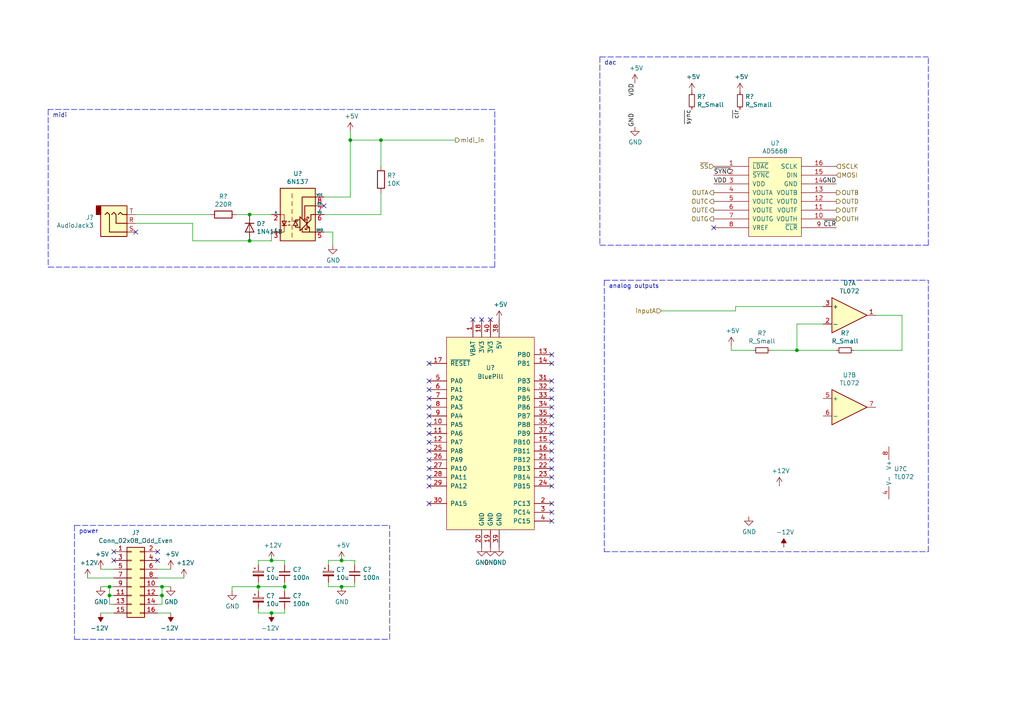
<source format=kicad_sch>
(kicad_sch (version 20211123) (generator eeschema)
  (paper "A4")
  (lib_symbols
    (symbol "Amplifier_Operational:TL072" (pin_names (offset 0.127))
      (property "Reference" "U" (at 0 5.08 0))
      (property "Value" "TL072" (at 0 -5.08 0))
      (symbol "TL072_1_1"
        (polyline (pts (xy -5.08 5.08) (xy 5.08 0) (xy -5.08 -5.08) (xy -5.08 5.08)) (stroke (width 0.254)) (fill (type background)))
        (pin output line (at 7.62 0 180) (length 2.54) (name "~") (number "1"))
        (pin input line (at -7.62 -2.54 0) (length 2.54) (name "-") (number "2"))
        (pin input line (at -7.62 2.54 0) (length 2.54) (name "+") (number "3"))
      )
      (symbol "TL072_2_1"
        (polyline (pts (xy -5.08 5.08) (xy 5.08 0) (xy -5.08 -5.08) (xy -5.08 5.08)) (stroke (width 0.254)) (fill (type background)))
        (pin input line (at -7.62 2.54 0) (length 2.54) (name "+") (number "5"))
        (pin input line (at -7.62 -2.54 0) (length 2.54) (name "-") (number "6"))
        (pin output line (at 7.62 0 180) (length 2.54) (name "~") (number "7"))
      )
      (symbol "TL072_3_1"
        (pin power_in line (at -2.54 -7.62 90) (length 3.81) (name "V-") (number "4"))
        (pin power_in line (at -2.54 7.62 270) (length 3.81) (name "V+") (number "8"))
      )
    )
    (symbol "Connector:AudioJack3"
      (property "Reference" "J" (at 0 8.89 0))
      (property "Value" "AudioJack3" (at 0 6.35 0))
      (symbol "AudioJack3_0_1"
        (rectangle (start -5.08 -5.08) (end -6.35 -2.54) (stroke (width 0.254)) (fill (type outline)))
        (polyline (pts (xy 0 -2.54) (xy 0.635 -3.175) (xy 1.27 -2.54) (xy 2.54 -2.54)) (stroke (width 0.254)))
        (polyline (pts (xy -1.905 -2.54) (xy -1.27 -3.175) (xy -0.635 -2.54) (xy -0.635 0) (xy 2.54 0)) (stroke (width 0.254)))
        (polyline (pts (xy 2.54 2.54) (xy -2.54 2.54) (xy -2.54 -2.54) (xy -3.175 -3.175) (xy -3.81 -2.54)) (stroke (width 0.254)))
        (rectangle (start 2.54 3.81) (end -5.08 -5.08) (stroke (width 0.254)) (fill (type background)))
      )
      (symbol "AudioJack3_1_1"
        (pin passive line (at 5.08 0 180) (length 2.54) (name "~") (number "R"))
        (pin passive line (at 5.08 2.54 180) (length 2.54) (name "~") (number "S"))
        (pin passive line (at 5.08 -2.54 180) (length 2.54) (name "~") (number "T"))
      )
    )
    (symbol "Connector_Generic:Conn_02x08_Odd_Even" (pin_names (offset 1.016) hide)
      (property "Reference" "J" (at 1.27 10.16 0))
      (property "Value" "Conn_02x08_Odd_Even" (at 1.27 -12.7 0))
      (symbol "Conn_02x08_Odd_Even_1_1"
        (rectangle (start -1.27 -10.033) (end 0 -10.287) (stroke (width 0.1524)))
        (rectangle (start -1.27 -7.493) (end 0 -7.747) (stroke (width 0.1524)))
        (rectangle (start -1.27 -4.953) (end 0 -5.207) (stroke (width 0.1524)))
        (rectangle (start -1.27 -2.413) (end 0 -2.667) (stroke (width 0.1524)))
        (rectangle (start -1.27 0.127) (end 0 -0.127) (stroke (width 0.1524)))
        (rectangle (start -1.27 2.667) (end 0 2.413) (stroke (width 0.1524)))
        (rectangle (start -1.27 5.207) (end 0 4.953) (stroke (width 0.1524)))
        (rectangle (start -1.27 7.747) (end 0 7.493) (stroke (width 0.1524)))
        (rectangle (start -1.27 8.89) (end 3.81 -11.43) (stroke (width 0.254)) (fill (type background)))
        (rectangle (start 3.81 -10.033) (end 2.54 -10.287) (stroke (width 0.1524)))
        (rectangle (start 3.81 -7.493) (end 2.54 -7.747) (stroke (width 0.1524)))
        (rectangle (start 3.81 -4.953) (end 2.54 -5.207) (stroke (width 0.1524)))
        (rectangle (start 3.81 -2.413) (end 2.54 -2.667) (stroke (width 0.1524)))
        (rectangle (start 3.81 0.127) (end 2.54 -0.127) (stroke (width 0.1524)))
        (rectangle (start 3.81 2.667) (end 2.54 2.413) (stroke (width 0.1524)))
        (rectangle (start 3.81 5.207) (end 2.54 4.953) (stroke (width 0.1524)))
        (rectangle (start 3.81 7.747) (end 2.54 7.493) (stroke (width 0.1524)))
        (pin passive line (at -5.08 7.62 0) (length 3.81) (name "Pin_1") (number "1"))
        (pin passive line (at 7.62 -2.54 180) (length 3.81) (name "Pin_10") (number "10"))
        (pin passive line (at -5.08 -5.08 0) (length 3.81) (name "Pin_11") (number "11"))
        (pin passive line (at 7.62 -5.08 180) (length 3.81) (name "Pin_12") (number "12"))
        (pin passive line (at -5.08 -7.62 0) (length 3.81) (name "Pin_13") (number "13"))
        (pin passive line (at 7.62 -7.62 180) (length 3.81) (name "Pin_14") (number "14"))
        (pin passive line (at -5.08 -10.16 0) (length 3.81) (name "Pin_15") (number "15"))
        (pin passive line (at 7.62 -10.16 180) (length 3.81) (name "Pin_16") (number "16"))
        (pin passive line (at 7.62 7.62 180) (length 3.81) (name "Pin_2") (number "2"))
        (pin passive line (at -5.08 5.08 0) (length 3.81) (name "Pin_3") (number "3"))
        (pin passive line (at 7.62 5.08 180) (length 3.81) (name "Pin_4") (number "4"))
        (pin passive line (at -5.08 2.54 0) (length 3.81) (name "Pin_5") (number "5"))
        (pin passive line (at 7.62 2.54 180) (length 3.81) (name "Pin_6") (number "6"))
        (pin passive line (at -5.08 0 0) (length 3.81) (name "Pin_7") (number "7"))
        (pin passive line (at 7.62 0 180) (length 3.81) (name "Pin_8") (number "8"))
        (pin passive line (at -5.08 -2.54 0) (length 3.81) (name "Pin_9") (number "9"))
      )
    )
    (symbol "Device:CP_Small" (pin_numbers hide) (pin_names (offset 0.254) hide)
      (property "Reference" "C" (at 0.254 1.778 0))
      (property "Value" "Device_CP_Small" (at 0.254 -2.032 0))
      (symbol "CP_Small_0_1"
        (rectangle (start -1.524 -0.3048) (end 1.524 -0.6858) (fill (type outline)))
        (rectangle (start -1.524 0.6858) (end 1.524 0.3048))
        (polyline (pts (xy -1.27 1.524) (xy -0.762 1.524)))
        (polyline (pts (xy -1.016 1.27) (xy -1.016 1.778)))
      )
      (symbol "CP_Small_1_1"
        (pin passive line (at 0 2.54 270) (length 1.8542) (name "~") (number "1"))
        (pin passive line (at 0 -2.54 90) (length 1.8542) (name "~") (number "2"))
      )
    )
    (symbol "Device:C_Small" (pin_numbers hide) (pin_names (offset 0.254) hide)
      (property "Reference" "C" (at 0.254 1.778 0))
      (property "Value" "C_Small" (at 0.254 -2.032 0))
      (symbol "C_Small_0_1"
        (polyline (pts (xy -1.524 -0.508) (xy 1.524 -0.508)) (stroke (width 0.3302)))
        (polyline (pts (xy -1.524 0.508) (xy 1.524 0.508)) (stroke (width 0.3048)))
      )
      (symbol "C_Small_1_1"
        (pin passive line (at 0 2.54 270) (length 2.032) (name "~") (number "1"))
        (pin passive line (at 0 -2.54 90) (length 2.032) (name "~") (number "2"))
      )
    )
    (symbol "Device:R" (pin_numbers hide) (pin_names (offset 0))
      (property "Reference" "R" (at 2.032 0 90))
      (property "Value" "R" (at 0 0 90))
      (symbol "R_0_1"
        (rectangle (start -1.016 -2.54) (end 1.016 2.54) (stroke (width 0.254)))
      )
      (symbol "R_1_1"
        (pin passive line (at 0 3.81 270) (length 1.27) (name "~") (number "1"))
        (pin passive line (at 0 -3.81 90) (length 1.27) (name "~") (number "2"))
      )
    )
    (symbol "Device:R_Small" (pin_numbers hide) (pin_names (offset 0.254) hide)
      (property "Reference" "R" (at 0.762 0.508 0))
      (property "Value" "R_Small" (at 0.762 -1.016 0))
      (symbol "R_Small_0_1"
        (rectangle (start -0.762 1.778) (end 0.762 -1.778) (stroke (width 0.2032)))
      )
      (symbol "R_Small_1_1"
        (pin passive line (at 0 2.54 270) (length 0.762) (name "~") (number "1"))
        (pin passive line (at 0 -2.54 90) (length 0.762) (name "~") (number "2"))
      )
    )
    (symbol "Diode:1N4148" (pin_numbers hide) (pin_names (offset 1.016) hide)
      (property "Reference" "D" (at 0 2.54 0))
      (property "Value" "1N4148" (at 0 -2.54 0))
      (symbol "1N4148_0_1"
        (polyline (pts (xy -1.27 1.27) (xy -1.27 -1.27)) (stroke (width 0.254)))
        (polyline (pts (xy 1.27 0) (xy -1.27 0)))
        (polyline (pts (xy 1.27 1.27) (xy 1.27 -1.27) (xy -1.27 0) (xy 1.27 1.27)) (stroke (width 0.254)))
      )
      (symbol "1N4148_1_1"
        (pin passive line (at -3.81 0 0) (length 2.54) (name "K") (number "1"))
        (pin passive line (at 3.81 0 180) (length 2.54) (name "A") (number "2"))
      )
    )
    (symbol "Isolator:6N137" (pin_names (offset 0))
      (property "Reference" "U" (at -4.064 8.89 0))
      (property "Value" "6N137" (at 0 -8.89 0))
      (symbol "6N137_0_1"
        (polyline (pts (xy 2.667 -3.556) (xy 2.667 -1.651)) (stroke (width 0.254)))
        (polyline (pts (xy 2.667 -2.159) (xy 2.667 -2.921)) (stroke (width 0.254)))
        (polyline (pts (xy 3.429 -3.937) (xy 3.429 -5.08)) (stroke (width 0.254)))
        (polyline (pts (xy -0.635 -3.302) (xy -0.635 -3.683) (xy 0.635 -3.683)) (stroke (width 0.254)))
        (polyline (pts (xy -0.635 -1.905) (xy -0.635 -1.524) (xy 0.508 -1.524)) (stroke (width 0.254)))
        (polyline (pts (xy 1.27 -4.064) (xy 1.27 -5.08) (xy 5.08 -5.08)) (stroke (width 0.254)))
        (polyline (pts (xy 1.27 -1.27) (xy 1.27 5.08) (xy 5.08 5.08)) (stroke (width 0.254)))
        (polyline (pts (xy 2.032 -1.27) (xy 2.032 2.54) (xy 5.08 2.54)) (stroke (width 0.254)))
        (polyline (pts (xy -5.08 -5.08) (xy -3.937 -5.08) (xy -3.937 0) (xy -5.08 0)))
        (polyline (pts (xy 2.667 -3.302) (xy 2.667 -4.318) (xy 2.159 -4.318) (xy 2.159 -3.937)) (stroke (width 0.254)))
        (polyline (pts (xy 2.667 -2.667) (xy 0.635 -4.699) (xy 0.635 -0.635) (xy 2.667 -2.667)) (stroke (width 0.254)))
        (polyline (pts (xy 2.667 -1.778) (xy 2.667 -0.762) (xy 3.175 -0.762) (xy 3.175 -1.143)) (stroke (width 0.254)))
        (polyline (pts (xy 2.794 -2.54) (xy 3.81 -1.524) (xy 3.81 0) (xy 5.08 0)) (stroke (width 0.254)))
        (polyline (pts (xy 2.667 -3.175) (xy 3.429 -3.937) (xy 3.302 -3.556) (xy 3.048 -3.81) (xy 3.429 -3.937)) (stroke (width 0.254)))
        (circle (center 2.032 -1.524) (radius 0.254) (stroke (width 0.254)))
      )
      (symbol "6N137_1_1"
        (rectangle (start -5.08 7.62) (end 5.08 -7.62) (stroke (width 0.254)) (fill (type background)))
        (polyline (pts (xy -4.572 -3.175) (xy -3.302 -3.175)) (stroke (width 0.254)))
        (polyline (pts (xy -1.651 -5.334) (xy -1.651 -6.604)))
        (polyline (pts (xy -1.651 -3.048) (xy -1.651 -4.318)))
        (polyline (pts (xy -1.651 -0.762) (xy -1.651 -2.032)))
        (polyline (pts (xy -1.651 1.524) (xy -1.651 0.254)))
        (polyline (pts (xy -1.651 3.81) (xy -1.651 2.54)))
        (polyline (pts (xy -1.651 6.096) (xy -1.651 4.826)))
        (polyline (pts (xy -1.27 -1.905) (xy 0 -1.905)) (stroke (width 0.254)))
        (polyline (pts (xy -3.937 -3.175) (xy -4.572 -1.905) (xy -3.302 -1.905) (xy -3.937 -3.175)) (stroke (width 0.254)))
        (polyline (pts (xy -0.635 -1.905) (xy -1.27 -3.175) (xy 0 -3.175) (xy -0.635 -1.905)) (stroke (width 0.254)))
        (polyline (pts (xy -2.921 -3.048) (xy -2.159 -3.048) (xy -2.54 -3.175) (xy -2.54 -2.921) (xy -2.159 -3.048)) (stroke (width 0.127)))
        (polyline (pts (xy -2.921 -2.032) (xy -2.159 -2.032) (xy -2.54 -2.159) (xy -2.54 -1.905) (xy -2.159 -2.032)) (stroke (width 0.127)))
        (pin no_connect line (at -5.08 5.08 0) (length 2.54) hide (name "NC") (number "1"))
        (pin passive line (at -7.62 0 0) (length 2.54) (name "A") (number "2"))
        (pin passive line (at -7.62 -5.08 0) (length 2.54) (name "C") (number "3"))
        (pin power_in line (at 7.62 -5.08 180) (length 2.54) (name "GND") (number "5"))
        (pin open_collector line (at 7.62 0 180) (length 2.54) (name "VO") (number "6"))
        (pin input line (at 7.62 2.54 180) (length 2.54) (name "EN") (number "7"))
        (pin power_in line (at 7.62 5.08 180) (length 2.54) (name "VCC") (number "8"))
      )
    )
    (symbol "patchut:AD5668" (pin_names (offset 1.016))
      (property "Reference" "U" (at 0 -12.7 0))
      (property "Value" "patchut_AD5668" (at 0 15.24 0))
      (symbol "AD5668_0_1"
        (rectangle (start -7.62 12.7) (end 7.62 -10.16) (fill (type background)))
      )
      (symbol "AD5668_1_1"
        (pin input line (at -17.78 10.16 0) (length 10.16) (name "~{LDAC}") (number "1"))
        (pin output line (at 17.78 -5.08 180) (length 10.16) (name "VOUTH") (number "10"))
        (pin output line (at 17.78 -2.54 180) (length 10.16) (name "VOUTF") (number "11"))
        (pin output line (at 17.78 0 180) (length 10.16) (name "VOUTD") (number "12"))
        (pin output line (at 17.78 2.54 180) (length 10.16) (name "VOUTB") (number "13"))
        (pin power_in line (at 17.78 5.08 180) (length 10.16) (name "GND") (number "14"))
        (pin input line (at 17.78 7.62 180) (length 10.16) (name "DIN") (number "15"))
        (pin input line (at 17.78 10.16 180) (length 10.16) (name "SCLK") (number "16"))
        (pin input line (at -17.78 7.62 0) (length 10.16) (name "~{SYNC}") (number "2"))
        (pin power_in line (at -17.78 5.08 0) (length 10.16) (name "VDD") (number "3"))
        (pin output line (at -17.78 2.54 0) (length 10.16) (name "VOUTA") (number "4"))
        (pin output line (at -17.78 0 0) (length 10.16) (name "VOUTC") (number "5"))
        (pin output line (at -17.78 -2.54 0) (length 10.16) (name "VOUTE") (number "6"))
        (pin output line (at -17.78 -5.08 0) (length 10.16) (name "VOUTG") (number "7"))
        (pin passive line (at -17.78 -7.62 0) (length 10.16) (name "VREF") (number "8"))
        (pin input line (at 17.78 -7.62 180) (length 10.16) (name "~{CLR}") (number "9"))
      )
    )
    (symbol "patchut:BluePill" (pin_names (offset 1.016))
      (property "Reference" "U" (at -2.794 11.176 0))
      (property "Value" "patchut_BluePill" (at 0.254 9.144 0))
      (symbol "BluePill_1_1"
        (rectangle (start -12.7 27.94) (end 12.7 -27.94) (fill (type background)))
        (pin passive line (at -5.08 33.02 270) (length 5.08) (name "VBAT") (number "1"))
        (pin passive line (at -17.78 2.54 0) (length 5.08) (name "PA5") (number "10"))
        (pin passive line (at -17.78 0 0) (length 5.08) (name "PA6") (number "11"))
        (pin passive line (at -17.78 -2.54 0) (length 5.08) (name "PA7") (number "12"))
        (pin passive line (at 17.78 22.86 180) (length 5.08) (name "PB0") (number "13"))
        (pin passive line (at 17.78 20.32 180) (length 5.08) (name "PB1") (number "14"))
        (pin passive line (at 17.78 -2.54 180) (length 5.08) (name "PB10") (number "15"))
        (pin passive line (at 17.78 -5.08 180) (length 5.08) (name "PB11") (number "16"))
        (pin passive line (at -17.78 20.32 0) (length 5.08) (name "~{RESET}") (number "17"))
        (pin power_out line (at -2.54 33.02 270) (length 5.08) (name "3V3") (number "18"))
        (pin power_in line (at 0 -33.02 90) (length 5.08) (name "GND") (number "19"))
        (pin passive line (at 17.78 -20.32 180) (length 5.08) (name "PC13") (number "2"))
        (pin power_in line (at -2.54 -33.02 90) (length 5.08) (name "GND") (number "20"))
        (pin passive line (at 17.78 -7.62 180) (length 5.08) (name "PB12") (number "21"))
        (pin passive line (at 17.78 -10.16 180) (length 5.08) (name "PB13") (number "22"))
        (pin passive line (at 17.78 -12.7 180) (length 5.08) (name "PB14") (number "23"))
        (pin passive line (at 17.78 -15.24 180) (length 5.08) (name "PB15") (number "24"))
        (pin passive line (at -17.78 -5.08 0) (length 5.08) (name "PA8") (number "25"))
        (pin passive line (at -17.78 -7.62 0) (length 5.08) (name "PA9") (number "26"))
        (pin passive line (at -17.78 -10.16 0) (length 5.08) (name "PA10") (number "27"))
        (pin passive line (at -17.78 -12.7 0) (length 5.08) (name "PA11") (number "28"))
        (pin passive line (at -17.78 -15.24 0) (length 5.08) (name "PA12") (number "29"))
        (pin passive line (at 17.78 -22.86 180) (length 5.08) (name "PC14") (number "3"))
        (pin passive line (at -17.78 -20.32 0) (length 5.08) (name "PA15") (number "30"))
        (pin passive line (at 17.78 15.24 180) (length 5.08) (name "PB3") (number "31"))
        (pin passive line (at 17.78 12.7 180) (length 5.08) (name "PB4") (number "32"))
        (pin passive line (at 17.78 10.16 180) (length 5.08) (name "PB5") (number "33"))
        (pin passive line (at 17.78 7.62 180) (length 5.08) (name "PB6") (number "34"))
        (pin passive line (at 17.78 5.08 180) (length 5.08) (name "PB7") (number "35"))
        (pin passive line (at 17.78 2.54 180) (length 5.08) (name "PB8") (number "36"))
        (pin passive line (at 17.78 0 180) (length 5.08) (name "PB9") (number "37"))
        (pin power_in line (at 2.54 33.02 270) (length 5.08) (name "5V") (number "38"))
        (pin power_in line (at 2.54 -33.02 90) (length 5.08) (name "GND") (number "39"))
        (pin passive line (at 17.78 -25.4 180) (length 5.08) (name "PC15") (number "4"))
        (pin power_out line (at 0 33.02 270) (length 5.08) (name "3V3") (number "40"))
        (pin passive line (at -17.78 15.24 0) (length 5.08) (name "PA0") (number "5"))
        (pin passive line (at -17.78 12.7 0) (length 5.08) (name "PA1") (number "6"))
        (pin passive line (at -17.78 10.16 0) (length 5.08) (name "PA2") (number "7"))
        (pin passive line (at -17.78 7.62 0) (length 5.08) (name "PA3") (number "8"))
        (pin passive line (at -17.78 5.08 0) (length 5.08) (name "PA4") (number "9"))
      )
    )
    (symbol "power:+12V" (power) (pin_names (offset 0))
      (property "Value" "+12V" (at 0 3.556 0))
      (symbol "+12V_0_1"
        (polyline (pts (xy -0.762 1.27) (xy 0 2.54)))
        (polyline (pts (xy 0 0) (xy 0 2.54)))
        (polyline (pts (xy 0 2.54) (xy 0.762 1.27)))
      )
      (symbol "+12V_1_1"
        (pin power_in line (at 0 0 90) (length 0) hide (name "+12V") (number "1"))
      )
    )
    (symbol "power:+5V" (power) (pin_names (offset 0))
      (property "Value" "+5V" (at 0 3.556 0))
      (symbol "+5V_0_1"
        (polyline (pts (xy -0.762 1.27) (xy 0 2.54)))
        (polyline (pts (xy 0 0) (xy 0 2.54)))
        (polyline (pts (xy 0 2.54) (xy 0.762 1.27)))
      )
      (symbol "+5V_1_1"
        (pin power_in line (at 0 0 90) (length 0) hide (name "+5V") (number "1"))
      )
    )
    (symbol "power:-12V" (power) (pin_names (offset 0))
      (property "Value" "-12V" (at 0 3.81 0))
      (symbol "-12V_0_0"
        (pin power_in line (at 0 0 90) (length 0) hide (name "-12V") (number "1"))
      )
      (symbol "-12V_0_1"
        (polyline (pts (xy 0 0) (xy 0 1.27) (xy 0.762 1.27) (xy 0 2.54) (xy -0.762 1.27) (xy 0 1.27)) (fill (type outline)))
      )
    )
    (symbol "power:GND" (power) (pin_names (offset 0))
      (property "Value" "GND" (at 0 -3.81 0))
      (symbol "GND_0_1"
        (polyline (pts (xy 0 0) (xy 0 -1.27) (xy 1.27 -1.27) (xy 0 -2.54) (xy -1.27 -1.27) (xy 0 -1.27)))
      )
      (symbol "GND_1_1"
        (pin power_in line (at 0 0 270) (length 0) hide (name "GND") (number "1"))
      )
    )
  )
  (junction (at 231.14 101.6))
  (junction (at 74.93 170.18))
  (junction (at 31.75 170.18))
  (junction (at 110.49 40.64))
  (junction (at 72.39 69.85))
  (junction (at 99.06 162.56))
  (junction (at 99.06 170.18))
  (junction (at 72.39 62.23))
  (junction (at 46.99 172.72))
  (junction (at 101.6 40.64))
  (junction (at 82.55 170.18))
  (junction (at 46.99 170.18))
  (junction (at 78.74 177.8))
  (junction (at 78.74 162.56))
  (junction (at 31.75 172.72))
  (no_connect (at 39.37 67.31))
  (no_connect (at 142.24 92.71))
  (no_connect (at 124.46 133.35))
  (no_connect (at 160.02 120.65))
  (no_connect (at 124.46 115.57))
  (no_connect (at 160.02 113.03))
  (no_connect (at 160.02 138.43))
  (no_connect (at 124.46 128.27))
  (no_connect (at 45.72 160.02))
  (no_connect (at 124.46 138.43))
  (no_connect (at 124.46 113.03))
  (no_connect (at 160.02 110.49))
  (no_connect (at 160.02 125.73))
  (no_connect (at 160.02 123.19))
  (no_connect (at 160.02 133.35))
  (no_connect (at 160.02 105.41))
  (no_connect (at 124.46 130.81))
  (no_connect (at 124.46 110.49))
  (no_connect (at 45.72 162.56))
  (no_connect (at 207.01 66.04))
  (no_connect (at 124.46 105.41))
  (no_connect (at 160.02 118.11))
  (no_connect (at 93.98 59.69))
  (no_connect (at 160.02 130.81))
  (no_connect (at 160.02 140.97))
  (no_connect (at 124.46 125.73))
  (no_connect (at 160.02 148.59))
  (no_connect (at 160.02 102.87))
  (no_connect (at 160.02 115.57))
  (no_connect (at 33.02 160.02))
  (no_connect (at 137.16 92.71))
  (no_connect (at 124.46 123.19))
  (no_connect (at 160.02 135.89))
  (no_connect (at 160.02 146.05))
  (no_connect (at 124.46 118.11))
  (no_connect (at 124.46 135.89))
  (no_connect (at 160.02 128.27))
  (no_connect (at 139.7 92.71))
  (no_connect (at 124.46 146.05))
  (no_connect (at 160.02 151.13))
  (no_connect (at 33.02 162.56))
  (no_connect (at 124.46 120.65))
  (no_connect (at 124.46 140.97))
  (polyline (pts (xy 173.99 16.51) (xy 173.99 71.12)))
  (wire (pts (xy 29.21 177.8) (xy 33.02 177.8)))
  (wire (pts (xy 82.55 170.18) (xy 82.55 171.45)))
  (wire (pts (xy 110.49 40.64) (xy 101.6 40.64)))
  (wire (pts (xy 95.25 163.83) (xy 95.25 162.56)))
  (wire (pts (xy 74.93 170.18) (xy 67.31 170.18)))
  (wire (pts (xy 82.55 168.91) (xy 82.55 170.18)))
  (wire (pts (xy 261.62 101.6) (xy 261.62 91.44)))
  (wire (pts (xy 33.02 172.72) (xy 31.75 172.72)))
  (wire (pts (xy 99.06 162.56) (xy 102.87 162.56)))
  (wire (pts (xy 46.99 172.72) (xy 46.99 175.26)))
  (polyline (pts (xy 175.26 160.02) (xy 269.24 160.02)))
  (wire (pts (xy 31.75 172.72) (xy 31.75 175.26)))
  (polyline (pts (xy 21.59 152.4) (xy 21.59 185.42)))
  (wire (pts (xy 72.39 62.23) (xy 78.74 62.23)))
  (wire (pts (xy 96.52 67.31) (xy 96.52 71.12)))
  (wire (pts (xy 82.55 162.56) (xy 78.74 162.56)))
  (wire (pts (xy 102.87 170.18) (xy 102.87 168.91)))
  (wire (pts (xy 55.88 64.77) (xy 39.37 64.77)))
  (wire (pts (xy 72.39 69.85) (xy 55.88 69.85)))
  (wire (pts (xy 45.72 170.18) (xy 46.99 170.18)))
  (wire (pts (xy 212.09 100.33) (xy 212.09 101.6)))
  (wire (pts (xy 78.74 162.56) (xy 74.93 162.56)))
  (wire (pts (xy 101.6 40.64) (xy 101.6 57.15)))
  (wire (pts (xy 93.98 62.23) (xy 110.49 62.23)))
  (wire (pts (xy 31.75 175.26) (xy 33.02 175.26)))
  (wire (pts (xy 45.72 165.1) (xy 49.53 165.1)))
  (wire (pts (xy 95.25 162.56) (xy 99.06 162.56)))
  (wire (pts (xy 238.76 93.98) (xy 231.14 93.98)))
  (wire (pts (xy 110.49 55.88) (xy 110.49 62.23)))
  (wire (pts (xy 74.93 168.91) (xy 74.93 170.18)))
  (wire (pts (xy 191.77 90.17) (xy 213.36 90.17)))
  (wire (pts (xy 102.87 162.56) (xy 102.87 163.83)))
  (polyline (pts (xy 143.51 31.75) (xy 13.97 31.75)))
  (wire (pts (xy 101.6 57.15) (xy 93.98 57.15)))
  (wire (pts (xy 213.36 88.9) (xy 238.76 88.9)))
  (polyline (pts (xy 269.24 160.02) (xy 269.24 81.28)))
  (polyline (pts (xy 173.99 71.12) (xy 269.24 71.12)))
  (wire (pts (xy 45.72 172.72) (xy 46.99 172.72)))
  (wire (pts (xy 74.93 176.53) (xy 74.93 177.8)))
  (wire (pts (xy 33.02 170.18) (xy 31.75 170.18)))
  (wire (pts (xy 99.06 170.18) (xy 102.87 170.18)))
  (wire (pts (xy 67.31 170.18) (xy 67.31 171.45)))
  (polyline (pts (xy 173.99 16.51) (xy 269.24 16.51)))
  (wire (pts (xy 39.37 62.23) (xy 60.96 62.23)))
  (wire (pts (xy 231.14 101.6) (xy 242.57 101.6)))
  (polyline (pts (xy 269.24 71.12) (xy 269.24 16.51)))
  (wire (pts (xy 74.93 162.56) (xy 74.93 163.83)))
  (wire (pts (xy 231.14 93.98) (xy 231.14 101.6)))
  (wire (pts (xy 78.74 177.8) (xy 82.55 177.8)))
  (wire (pts (xy 31.75 170.18) (xy 31.75 172.72)))
  (wire (pts (xy 46.99 170.18) (xy 49.53 170.18)))
  (polyline (pts (xy 21.59 152.4) (xy 113.03 152.4)))
  (polyline (pts (xy 13.97 77.47) (xy 143.51 77.47)))
  (wire (pts (xy 247.65 101.6) (xy 261.62 101.6)))
  (wire (pts (xy 74.93 177.8) (xy 78.74 177.8)))
  (wire (pts (xy 68.58 62.23) (xy 72.39 62.23)))
  (wire (pts (xy 82.55 177.8) (xy 82.55 176.53)))
  (polyline (pts (xy 143.51 77.47) (xy 143.51 31.75)))
  (wire (pts (xy 74.93 170.18) (xy 74.93 171.45)))
  (wire (pts (xy 25.4 167.64) (xy 33.02 167.64)))
  (wire (pts (xy 93.98 67.31) (xy 96.52 67.31)))
  (wire (pts (xy 110.49 48.26) (xy 110.49 40.64)))
  (wire (pts (xy 213.36 90.17) (xy 213.36 88.9)))
  (polyline (pts (xy 175.26 81.28) (xy 175.26 160.02)))
  (wire (pts (xy 45.72 177.8) (xy 49.53 177.8)))
  (wire (pts (xy 29.21 170.18) (xy 31.75 170.18)))
  (wire (pts (xy 110.49 40.64) (xy 132.08 40.64)))
  (wire (pts (xy 82.55 163.83) (xy 82.55 162.56)))
  (wire (pts (xy 95.25 170.18) (xy 99.06 170.18)))
  (polyline (pts (xy 175.26 81.28) (xy 269.24 81.28)))
  (polyline (pts (xy 113.03 185.42) (xy 113.03 152.4)))
  (wire (pts (xy 29.21 165.1) (xy 33.02 165.1)))
  (wire (pts (xy 223.52 101.6) (xy 231.14 101.6)))
  (wire (pts (xy 95.25 168.91) (xy 95.25 170.18)))
  (wire (pts (xy 212.09 101.6) (xy 218.44 101.6)))
  (wire (pts (xy 46.99 170.18) (xy 46.99 172.72)))
  (polyline (pts (xy 21.59 185.42) (xy 113.03 185.42)))
  (wire (pts (xy 46.99 175.26) (xy 45.72 175.26)))
  (wire (pts (xy 45.72 167.64) (xy 53.34 167.64)))
  (wire (pts (xy 261.62 91.44) (xy 254 91.44)))
  (wire (pts (xy 55.88 69.85) (xy 55.88 64.77)))
  (wire (pts (xy 101.6 38.1) (xy 101.6 40.64)))
  (polyline (pts (xy 13.97 31.75) (xy 13.97 77.47)))
  (wire (pts (xy 74.93 170.18) (xy 82.55 170.18)))
  (wire (pts (xy 78.74 69.85) (xy 72.39 69.85)))
  (wire (pts (xy 78.74 67.31) (xy 78.74 69.85)))
  (text "dac" (at 175.26 19.05 0) (effects (font (size 1.27 1.27)) (justify left bottom)))
  (text "power" (at 22.86 154.94 0) (effects (font (size 1.27 1.27)) (justify left bottom)))
  (text "midi" (at 15.24 34.29 0) (effects (font (size 1.27 1.27)) (justify left bottom)))
  (text "analog outputs" (at 176.53 83.82 0) (effects (font (size 1.27 1.27)) (justify left bottom)))
  (label "GND" (at 184.15 36.83 90))
  (label "VDD" (at 207.01 53.34 0))
  (label "~{SYNC}" (at 207.01 50.8 0))
  (label "~{clr}" (at 214.63 31.75 270))
  (label "VDD" (at 184.15 24.13 270))
  (label "~{sync}" (at 200.66 31.75 270))
  (label "~{CLR}" (at 242.57 66.04 180))
  (label "GND" (at 242.57 53.34 180))
  (hierarchical_label "OUTB" (shape output) (at 242.57 55.88 0))
  (hierarchical_label "OUTH" (shape output) (at 242.57 63.5 0))
  (hierarchical_label "MOSI" (shape input) (at 242.57 50.8 0))
  (hierarchical_label "SCLK" (shape input) (at 242.57 48.26 0))
  (hierarchical_label "OUTG" (shape output) (at 207.01 63.5 180))
  (hierarchical_label "OUTF" (shape output) (at 242.57 60.96 0))
  (hierarchical_label "OUTD" (shape output) (at 242.57 58.42 0))
  (hierarchical_label "inputA" (shape input) (at 191.77 90.17 180))
  (hierarchical_label "OUTE" (shape output) (at 207.01 60.96 180))
  (hierarchical_label "OUTC" (shape output) (at 207.01 58.42 180))
  (hierarchical_label "~{SS}" (shape input) (at 207.01 48.26 180))
  (hierarchical_label "OUTA" (shape output) (at 207.01 55.88 180))
  (hierarchical_label "midi_in" (shape output) (at 132.08 40.64 0))
  (symbol (lib_id "Connector_Generic:Conn_02x08_Odd_Even") (at 38.1 167.64 0) (unit 1)
    (property "Reference" "J?" (at 39.37 154.5082 0))
    (property "Value" "Conn_02x08_Odd_Even" (at 39.37 156.8196 0))
  )
  (symbol (lib_id "power:GND") (at 29.21 170.18 0) (unit 1)
    (property "Reference" "#PWR?" (effects hide))
    (property "Value" "GND" (at 29.337 174.5742 0))
  )
  (symbol (lib_id "power:GND") (at 49.53 170.18 0) (unit 1)
    (property "Reference" "#PWR?" (effects hide))
    (property "Value" "GND" (at 49.657 174.5742 0))
  )
  (symbol (lib_id "power:+12V") (at 25.4 167.64 0) (unit 1)
    (property "Reference" "#PWR?" (effects hide))
    (property "Value" "+12V" (at 25.781 163.2458 0))
  )
  (symbol (lib_id "power:+12V") (at 53.34 167.64 0) (unit 1)
    (property "Reference" "#PWR?" (effects hide))
    (property "Value" "+12V" (at 53.721 163.2458 0))
  )
  (symbol (lib_id "power:-12V") (at 29.21 177.8 180) (unit 1)
    (property "Reference" "#PWR?" (effects hide))
    (property "Value" "-12V" (at 28.829 182.1942 0))
  )
  (symbol (lib_id "power:-12V") (at 49.53 177.8 180) (unit 1)
    (property "Reference" "#PWR?" (effects hide))
    (property "Value" "-12V" (at 49.149 182.1942 0))
  )
  (symbol (lib_id "power:+5V") (at 29.21 165.1 0) (unit 1)
    (property "Reference" "#PWR?" (effects hide))
    (property "Value" "+5V" (at 29.591 160.7058 0))
  )
  (symbol (lib_id "power:+5V") (at 49.53 165.1 0) (unit 1)
    (property "Reference" "#PWR?" (effects hide))
    (property "Value" "+5V" (at 49.911 160.7058 0))
  )
  (symbol (lib_id "Device:CP_Small") (at 74.93 173.99 0) (unit 1)
    (property "Reference" "C?" (at 77.1652 172.8216 0) (effects (justify left)))
    (property "Value" "10u" (at 77.1652 175.133 0) (effects (justify left)))
  )
  (symbol (lib_id "Device:C_Small") (at 82.55 173.99 0) (unit 1)
    (property "Reference" "C?" (at 84.8868 172.8216 0) (effects (justify left)))
    (property "Value" "100n" (at 84.8868 175.133 0) (effects (justify left)))
  )
  (symbol (lib_id "Device:CP_Small") (at 74.93 166.37 0) (unit 1)
    (property "Reference" "C?" (at 77.1652 165.2016 0) (effects (justify left)))
    (property "Value" "10u" (at 77.1652 167.513 0) (effects (justify left)))
  )
  (symbol (lib_id "Device:C_Small") (at 82.55 166.37 0) (unit 1)
    (property "Reference" "C?" (at 84.8868 165.2016 0) (effects (justify left)))
    (property "Value" "100n" (at 84.8868 167.513 0) (effects (justify left)))
  )
  (symbol (lib_id "power:-12V") (at 78.74 177.8 180) (unit 1)
    (property "Reference" "#PWR?" (effects hide))
    (property "Value" "-12V" (at 78.359 182.1942 0))
  )
  (symbol (lib_id "power:+12V") (at 78.74 162.56 0) (unit 1)
    (property "Reference" "#PWR?" (effects hide))
    (property "Value" "+12V" (at 79.121 158.1658 0))
  )
  (symbol (lib_id "Device:CP_Small") (at 95.25 166.37 0) (unit 1)
    (property "Reference" "C?" (at 97.4852 165.2016 0) (effects (justify left)))
    (property "Value" "10u" (at 97.4852 167.513 0) (effects (justify left)))
  )
  (symbol (lib_id "Device:C_Small") (at 102.87 166.37 0) (unit 1)
    (property "Reference" "C?" (at 105.2068 165.2016 0) (effects (justify left)))
    (property "Value" "100n" (at 105.2068 167.513 0) (effects (justify left)))
  )
  (symbol (lib_id "power:GND") (at 67.31 171.45 0) (unit 1)
    (property "Reference" "#PWR?" (effects hide))
    (property "Value" "GND" (at 67.437 175.8442 0))
  )
  (symbol (lib_id "power:GND") (at 99.06 170.18 0) (unit 1)
    (property "Reference" "#PWR?" (effects hide))
    (property "Value" "GND" (at 99.187 174.5742 0))
  )
  (symbol (lib_id "power:+5V") (at 99.06 162.56 0) (unit 1)
    (property "Reference" "#PWR?" (effects hide))
    (property "Value" "+5V" (at 99.441 158.1658 0))
  )
  (symbol (lib_id "patchut:BluePill") (at 142.24 125.73 0) (unit 1)
    (property "Reference" "U?" (at 142.24 106.68 0))
    (property "Value" "BluePill" (at 142.24 109.22 0))
  )
  (symbol (lib_id "power:+5V") (at 144.78 92.71 0) (unit 1)
    (property "Reference" "#PWR?" (effects hide))
    (property "Value" "+5V" (at 145.161 88.3158 0))
  )
  (symbol (lib_id "power:GND") (at 139.7 158.75 0) (unit 1)
    (property "Reference" "#PWR?" (effects hide))
    (property "Value" "GND" (at 139.827 163.1442 0))
  )
  (symbol (lib_id "power:GND") (at 142.24 158.75 0) (unit 1)
    (property "Reference" "#PWR?" (effects hide))
    (property "Value" "GND" (at 142.367 163.1442 0))
  )
  (symbol (lib_id "power:GND") (at 144.78 158.75 0) (unit 1)
    (property "Reference" "#PWR?" (effects hide))
    (property "Value" "GND" (at 144.907 163.1442 0))
  )
  (symbol (lib_id "Device:R") (at 110.49 52.07 180) (unit 1)
    (property "Reference" "R?" (at 112.268 50.9016 0) (effects (justify right)))
    (property "Value" "10K" (at 112.268 53.213 0) (effects (justify right)))
    (property "Footprint" "Resistor_SMD:R_0805_2012Metric_Pad1.15x1.40mm_HandSolder" (effects hide))
  )
  (symbol (lib_id "Amplifier_Operational:TL072") (at 246.38 118.11 0) (unit 2)
    (property "Reference" "U?" (at 246.38 108.7882 0))
    (property "Value" "TL072" (at 246.38 111.0996 0))
    (property "Datasheet" "http://www.ti.com/lit/ds/symlink/tl071.pdf" (effects hide))
  )
  (symbol (lib_id "power:+5V") (at 200.66 26.67 0) (unit 1)
    (property "Reference" "#PWR?" (effects hide))
    (property "Value" "+5V" (at 201.041 22.2758 0))
  )
  (symbol (lib_id "power:GND") (at 96.52 71.12 0) (unit 1)
    (property "Reference" "#PWR?" (effects hide))
    (property "Value" "GND" (at 96.647 75.5142 0))
  )
  (symbol (lib_id "power:+5V") (at 214.63 26.67 0) (unit 1)
    (property "Reference" "#PWR?" (effects hide))
    (property "Value" "+5V" (at 215.011 22.2758 0))
  )
  (symbol (lib_id "Device:R_Small") (at 245.11 101.6 270) (unit 1)
    (property "Reference" "R?" (at 245.11 96.6216 90))
    (property "Value" "R_Small" (at 245.11 98.933 90))
  )
  (symbol (lib_id "patchut:AD5668") (at 224.79 58.42 0) (unit 1)
    (property "Reference" "U?" (at 224.79 41.529 0))
    (property "Value" "AD5668" (at 224.79 43.8404 0))
    (property "Footprint" "Package_SO:TSSOP-16-1EP_4.4x5mm_P0.65mm" (effects hide))
    (property "Datasheet" "https://www.analog.com/media/en/technical-documentation/data-sheets/AD5628_5648_5668.pdf" (effects hide))
  )
  (symbol (lib_id "Isolator:6N137") (at 86.36 62.23 0) (unit 1)
    (property "Reference" "U?" (at 86.36 50.3682 0))
    (property "Value" "6N137" (at 86.36 52.6796 0))
    (property "Footprint" "Package_DIP:PowerIntegrations_SMD-8" (effects hide))
    (property "Datasheet" "https://docs.broadcom.com/docs/AV02-0940EN" (effects hide))
  )
  (symbol (lib_id "Connector:AudioJack3") (at 34.29 64.77 0) (mirror x) (unit 1)
    (property "Reference" "J?" (at 27.2034 63.0682 0) (effects (justify right)))
    (property "Value" "AudioJack3" (at 27.2034 65.3796 0) (effects (justify right)))
    (property "Footprint" "Connector_Audio:Jack_3.5mm_QingPu_WQP-PJ398SM_Vertical_CircularHoles" (effects hide))
  )
  (symbol (lib_id "power:+5V") (at 184.15 24.13 0) (unit 1)
    (property "Reference" "#PWR?" (effects hide))
    (property "Value" "+5V" (at 184.531 19.7358 0))
  )
  (symbol (lib_id "power:+5V") (at 101.6 38.1 0) (unit 1)
    (property "Reference" "#PWR?" (effects hide))
    (property "Value" "+5V" (at 101.981 33.7058 0))
  )
  (symbol (lib_id "Device:R_Small") (at 200.66 29.21 180) (unit 1)
    (property "Reference" "R?" (at 202.1586 28.0416 0) (effects (justify right)))
    (property "Value" "R_Small" (at 202.1586 30.353 0) (effects (justify right)))
  )
  (symbol (lib_id "Amplifier_Operational:TL072") (at 260.35 137.16 0) (unit 3)
    (property "Reference" "U?" (at 259.2832 135.9916 0) (effects (justify left)))
    (property "Value" "TL072" (at 259.2832 138.303 0) (effects (justify left)))
    (property "Datasheet" "http://www.ti.com/lit/ds/symlink/tl071.pdf" (effects hide))
  )
  (symbol (lib_id "Device:R_Small") (at 214.63 29.21 180) (unit 1)
    (property "Reference" "R?" (at 216.1286 28.0416 0) (effects (justify right)))
    (property "Value" "R_Small" (at 216.1286 30.353 0) (effects (justify right)))
  )
  (symbol (lib_id "Diode:1N4148") (at 72.39 66.04 270) (unit 1)
    (property "Reference" "D?" (at 74.3966 64.8716 90) (effects (justify left)))
    (property "Value" "1N4148" (at 74.3966 67.183 90) (effects (justify left)))
    (property "Footprint" "Diode_SMD:D_0805_2012Metric_Pad1.15x1.40mm_HandSolder" (effects hide))
    (property "Datasheet" "https://assets.nexperia.com/documents/data-sheet/1N4148_1N4448.pdf" (effects hide))
  )
  (symbol (lib_id "power:GND") (at 184.15 36.83 0) (unit 1)
    (property "Reference" "#PWR?" (effects hide))
    (property "Value" "GND" (at 184.277 41.2242 0))
  )
  (symbol (lib_id "Amplifier_Operational:TL072") (at 246.38 91.44 0) (unit 1)
    (property "Reference" "U?" (at 246.38 82.1182 0))
    (property "Value" "TL072" (at 246.38 84.4296 0))
    (property "Datasheet" "http://www.ti.com/lit/ds/symlink/tl071.pdf" (effects hide))
  )
  (symbol (lib_id "power:+12V") (at 226.06 140.97 0) (unit 1)
    (property "Reference" "#PWR?" (effects hide))
    (property "Value" "+12V" (at 226.441 136.5758 0))
  )
  (symbol (lib_id "power:+5V") (at 212.09 100.33 0) (unit 1)
    (property "Reference" "#PWR?" (effects hide))
    (property "Value" "+5V" (at 212.471 95.9358 0))
  )
  (symbol (lib_id "Device:R_Small") (at 220.98 101.6 270) (unit 1)
    (property "Reference" "R?" (at 220.98 96.6216 90))
    (property "Value" "R_Small" (at 220.98 98.933 90))
  )
  (symbol (lib_id "power:GND") (at 217.17 149.86 0) (unit 1)
    (property "Reference" "#PWR?" (effects hide))
    (property "Value" "GND" (at 217.297 154.2542 0))
  )
  (symbol (lib_id "Device:R") (at 64.77 62.23 270) (unit 1)
    (property "Reference" "R?" (at 64.77 56.9722 90))
    (property "Value" "220R" (at 64.77 59.2836 90))
    (property "Footprint" "Resistor_SMD:R_0805_2012Metric_Pad1.15x1.40mm_HandSolder" (effects hide))
  )
  (symbol (lib_id "power:-12V") (at 227.33 158.75 0) (unit 1)
    (property "Reference" "#PWR?" (effects hide))
    (property "Value" "-12V" (at 227.711 154.3558 0))
  )
)
</source>
